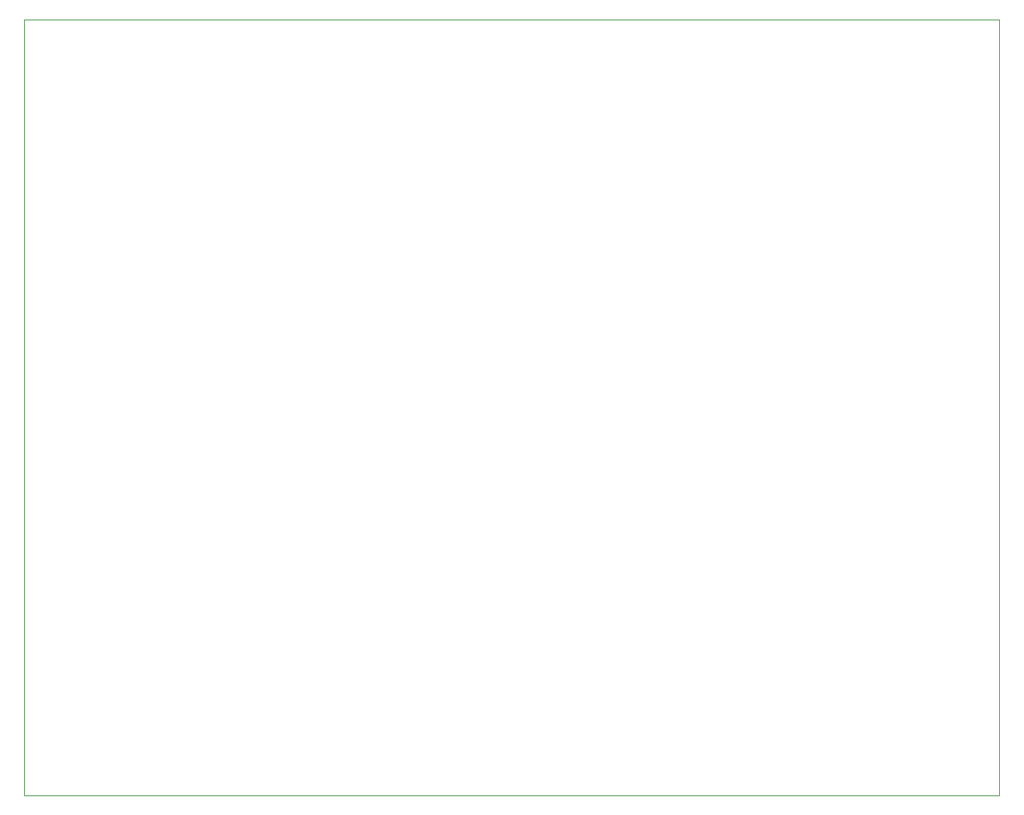
<source format=gbr>
%TF.GenerationSoftware,Altium Limited,Altium Designer,18.1.9 (240)*%
G04 Layer_Color=0*
%FSLAX43Y43*%
%MOMM*%
%TF.FileFunction,Profile,NP*%
%TF.Part,Single*%
G01*
G75*
%TA.AperFunction,Profile*%
%ADD58C,0.025*%
D58*
X0Y0D02*
X-0Y87249D01*
X109474D01*
X109474Y0D01*
X0D01*
%TF.MD5,7a60c6d1ff5567bf4e31b657f6e2a645*%
M02*

</source>
